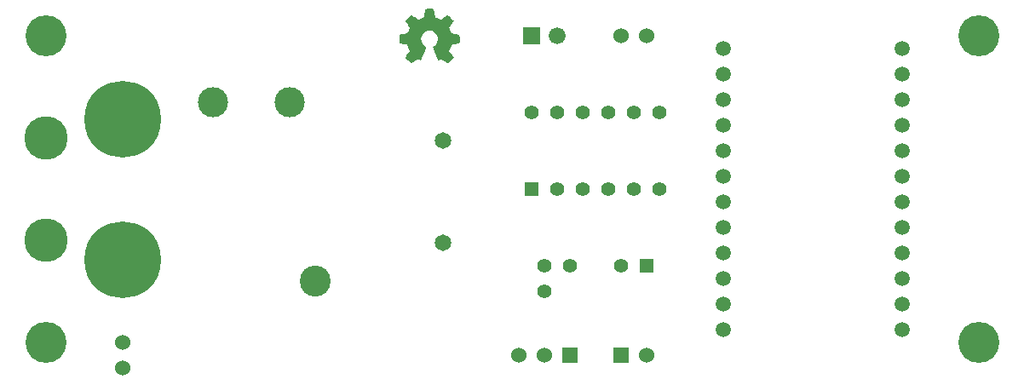
<source format=gts>
G04 (created by PCBNEW (2013-07-07 BZR 4022)-stable) date Thu 15 Aug 2013 04:15:35 CST*
%MOIN*%
G04 Gerber Fmt 3.4, Leading zero omitted, Abs format*
%FSLAX34Y34*%
G01*
G70*
G90*
G04 APERTURE LIST*
%ADD10C,0.00590551*%
%ADD11C,0.0001*%
%ADD12C,0.0649*%
%ADD13C,0.121*%
%ADD14C,0.1181*%
%ADD15C,0.16*%
%ADD16R,0.06X0.06*%
%ADD17C,0.06*%
%ADD18R,0.055X0.055*%
%ADD19C,0.055*%
%ADD20R,0.066X0.066*%
%ADD21C,0.066*%
%ADD22C,0.17*%
%ADD23C,0.3*%
%ADD24C,0.0590551*%
G04 APERTURE END LIST*
G54D10*
G54D11*
G36*
X51684Y-31561D02*
X51697Y-31554D01*
X51724Y-31537D01*
X51764Y-31511D01*
X51810Y-31480D01*
X51857Y-31448D01*
X51896Y-31422D01*
X51923Y-31405D01*
X51934Y-31399D01*
X51940Y-31401D01*
X51962Y-31412D01*
X51994Y-31429D01*
X52013Y-31438D01*
X52043Y-31451D01*
X52057Y-31454D01*
X52060Y-31450D01*
X52071Y-31427D01*
X52088Y-31388D01*
X52110Y-31337D01*
X52136Y-31277D01*
X52163Y-31212D01*
X52190Y-31146D01*
X52216Y-31084D01*
X52240Y-31027D01*
X52258Y-30981D01*
X52270Y-30949D01*
X52275Y-30935D01*
X52273Y-30932D01*
X52259Y-30918D01*
X52233Y-30899D01*
X52177Y-30853D01*
X52122Y-30784D01*
X52088Y-30706D01*
X52077Y-30619D01*
X52086Y-30539D01*
X52118Y-30462D01*
X52172Y-30392D01*
X52238Y-30340D01*
X52314Y-30308D01*
X52400Y-30297D01*
X52482Y-30306D01*
X52561Y-30337D01*
X52631Y-30390D01*
X52660Y-30424D01*
X52701Y-30495D01*
X52724Y-30570D01*
X52726Y-30589D01*
X52723Y-30672D01*
X52698Y-30752D01*
X52655Y-30823D01*
X52594Y-30881D01*
X52586Y-30887D01*
X52558Y-30908D01*
X52539Y-30922D01*
X52524Y-30934D01*
X52630Y-31189D01*
X52647Y-31229D01*
X52676Y-31298D01*
X52701Y-31358D01*
X52722Y-31406D01*
X52736Y-31438D01*
X52742Y-31451D01*
X52743Y-31451D01*
X52752Y-31453D01*
X52771Y-31446D01*
X52807Y-31429D01*
X52830Y-31417D01*
X52857Y-31404D01*
X52869Y-31399D01*
X52880Y-31404D01*
X52906Y-31421D01*
X52943Y-31447D01*
X52989Y-31477D01*
X53032Y-31507D01*
X53072Y-31533D01*
X53101Y-31552D01*
X53115Y-31559D01*
X53117Y-31559D01*
X53130Y-31552D01*
X53153Y-31533D01*
X53187Y-31500D01*
X53236Y-31452D01*
X53244Y-31445D01*
X53284Y-31404D01*
X53317Y-31369D01*
X53339Y-31345D01*
X53347Y-31334D01*
X53347Y-31334D01*
X53339Y-31320D01*
X53321Y-31291D01*
X53295Y-31251D01*
X53263Y-31203D01*
X53178Y-31081D01*
X53225Y-30966D01*
X53239Y-30930D01*
X53257Y-30887D01*
X53270Y-30857D01*
X53277Y-30843D01*
X53290Y-30839D01*
X53321Y-30831D01*
X53367Y-30822D01*
X53422Y-30812D01*
X53474Y-30802D01*
X53521Y-30793D01*
X53555Y-30787D01*
X53570Y-30784D01*
X53574Y-30781D01*
X53577Y-30774D01*
X53579Y-30758D01*
X53580Y-30729D01*
X53581Y-30684D01*
X53581Y-30619D01*
X53581Y-30612D01*
X53580Y-30550D01*
X53579Y-30501D01*
X53577Y-30469D01*
X53575Y-30456D01*
X53575Y-30456D01*
X53560Y-30452D01*
X53527Y-30445D01*
X53480Y-30436D01*
X53424Y-30425D01*
X53420Y-30425D01*
X53364Y-30414D01*
X53318Y-30404D01*
X53285Y-30397D01*
X53271Y-30392D01*
X53268Y-30388D01*
X53257Y-30366D01*
X53241Y-30332D01*
X53222Y-30290D01*
X53204Y-30246D01*
X53188Y-30206D01*
X53178Y-30177D01*
X53175Y-30163D01*
X53175Y-30163D01*
X53183Y-30150D01*
X53202Y-30121D01*
X53230Y-30081D01*
X53262Y-30033D01*
X53265Y-30029D01*
X53297Y-29982D01*
X53323Y-29942D01*
X53340Y-29914D01*
X53347Y-29901D01*
X53347Y-29900D01*
X53336Y-29886D01*
X53312Y-29859D01*
X53277Y-29823D01*
X53236Y-29782D01*
X53223Y-29769D01*
X53177Y-29724D01*
X53145Y-29695D01*
X53125Y-29679D01*
X53116Y-29675D01*
X53115Y-29676D01*
X53101Y-29684D01*
X53071Y-29704D01*
X53031Y-29731D01*
X52983Y-29764D01*
X52980Y-29766D01*
X52932Y-29798D01*
X52893Y-29825D01*
X52865Y-29843D01*
X52853Y-29850D01*
X52851Y-29850D01*
X52832Y-29845D01*
X52798Y-29833D01*
X52757Y-29817D01*
X52713Y-29800D01*
X52673Y-29783D01*
X52644Y-29769D01*
X52630Y-29761D01*
X52629Y-29761D01*
X52624Y-29744D01*
X52616Y-29708D01*
X52606Y-29660D01*
X52595Y-29602D01*
X52593Y-29593D01*
X52583Y-29536D01*
X52574Y-29490D01*
X52567Y-29458D01*
X52564Y-29444D01*
X52556Y-29443D01*
X52528Y-29441D01*
X52486Y-29439D01*
X52435Y-29439D01*
X52382Y-29439D01*
X52330Y-29440D01*
X52286Y-29442D01*
X52254Y-29444D01*
X52240Y-29447D01*
X52240Y-29448D01*
X52235Y-29465D01*
X52227Y-29500D01*
X52217Y-29549D01*
X52206Y-29607D01*
X52204Y-29618D01*
X52194Y-29674D01*
X52184Y-29720D01*
X52177Y-29751D01*
X52174Y-29764D01*
X52169Y-29766D01*
X52146Y-29777D01*
X52108Y-29792D01*
X52061Y-29811D01*
X51953Y-29855D01*
X51821Y-29764D01*
X51809Y-29756D01*
X51761Y-29723D01*
X51722Y-29697D01*
X51694Y-29680D01*
X51683Y-29673D01*
X51682Y-29674D01*
X51669Y-29685D01*
X51643Y-29710D01*
X51607Y-29745D01*
X51565Y-29786D01*
X51534Y-29817D01*
X51498Y-29854D01*
X51475Y-29879D01*
X51462Y-29895D01*
X51457Y-29905D01*
X51459Y-29912D01*
X51467Y-29925D01*
X51487Y-29954D01*
X51514Y-29995D01*
X51546Y-30041D01*
X51573Y-30081D01*
X51602Y-30125D01*
X51620Y-30157D01*
X51627Y-30172D01*
X51625Y-30179D01*
X51616Y-30205D01*
X51600Y-30244D01*
X51580Y-30291D01*
X51534Y-30396D01*
X51465Y-30409D01*
X51424Y-30417D01*
X51365Y-30428D01*
X51309Y-30439D01*
X51222Y-30456D01*
X51219Y-30775D01*
X51233Y-30781D01*
X51246Y-30785D01*
X51278Y-30792D01*
X51324Y-30801D01*
X51378Y-30811D01*
X51425Y-30820D01*
X51471Y-30829D01*
X51505Y-30835D01*
X51520Y-30838D01*
X51523Y-30843D01*
X51535Y-30866D01*
X51552Y-30902D01*
X51570Y-30945D01*
X51589Y-30990D01*
X51605Y-31031D01*
X51617Y-31063D01*
X51621Y-31079D01*
X51615Y-31091D01*
X51597Y-31119D01*
X51571Y-31158D01*
X51540Y-31204D01*
X51508Y-31251D01*
X51481Y-31290D01*
X51462Y-31319D01*
X51455Y-31332D01*
X51459Y-31341D01*
X51477Y-31363D01*
X51512Y-31399D01*
X51564Y-31451D01*
X51573Y-31459D01*
X51614Y-31499D01*
X51649Y-31531D01*
X51673Y-31553D01*
X51684Y-31561D01*
X51684Y-31561D01*
G37*
G54D12*
X52943Y-38602D03*
X52943Y-34603D03*
G54D13*
X47944Y-40098D03*
G54D14*
X43940Y-33107D03*
X46944Y-33107D03*
G54D15*
X37400Y-42500D03*
X37400Y-30500D03*
X73900Y-42500D03*
X73900Y-30500D03*
G54D16*
X57900Y-43000D03*
G54D17*
X56900Y-43000D03*
X55900Y-43000D03*
G54D18*
X60900Y-39500D03*
G54D19*
X59900Y-39500D03*
G54D17*
X59900Y-30500D03*
X60900Y-30500D03*
G54D18*
X56400Y-36500D03*
G54D19*
X56400Y-33500D03*
X57900Y-39500D03*
X56900Y-39500D03*
X56900Y-40500D03*
G54D20*
X56400Y-30500D03*
G54D21*
X57400Y-30500D03*
G54D17*
X40400Y-43500D03*
X40400Y-42500D03*
G54D22*
X37400Y-38500D03*
X37400Y-34500D03*
G54D23*
X40400Y-39250D03*
X40400Y-33750D03*
G54D16*
X59900Y-43000D03*
G54D17*
X60900Y-43000D03*
G54D24*
X70900Y-42000D03*
X70900Y-41000D03*
X70900Y-40000D03*
X70900Y-39000D03*
X70900Y-38000D03*
X70900Y-37000D03*
X70900Y-36000D03*
X70900Y-35000D03*
X70900Y-34000D03*
X70900Y-33000D03*
X70900Y-32000D03*
X70900Y-31000D03*
X63900Y-31000D03*
X63900Y-32000D03*
X63900Y-33000D03*
X63900Y-34000D03*
X63900Y-35000D03*
X63900Y-36000D03*
X63900Y-37000D03*
X63900Y-38000D03*
X63900Y-39000D03*
X63900Y-40000D03*
X63900Y-41000D03*
X63900Y-42000D03*
G54D19*
X60400Y-33500D03*
X60400Y-36500D03*
X61400Y-33500D03*
X61400Y-36500D03*
X59400Y-33500D03*
X59400Y-36500D03*
X58400Y-33500D03*
X58400Y-36500D03*
X57400Y-33500D03*
X57400Y-36500D03*
M02*

</source>
